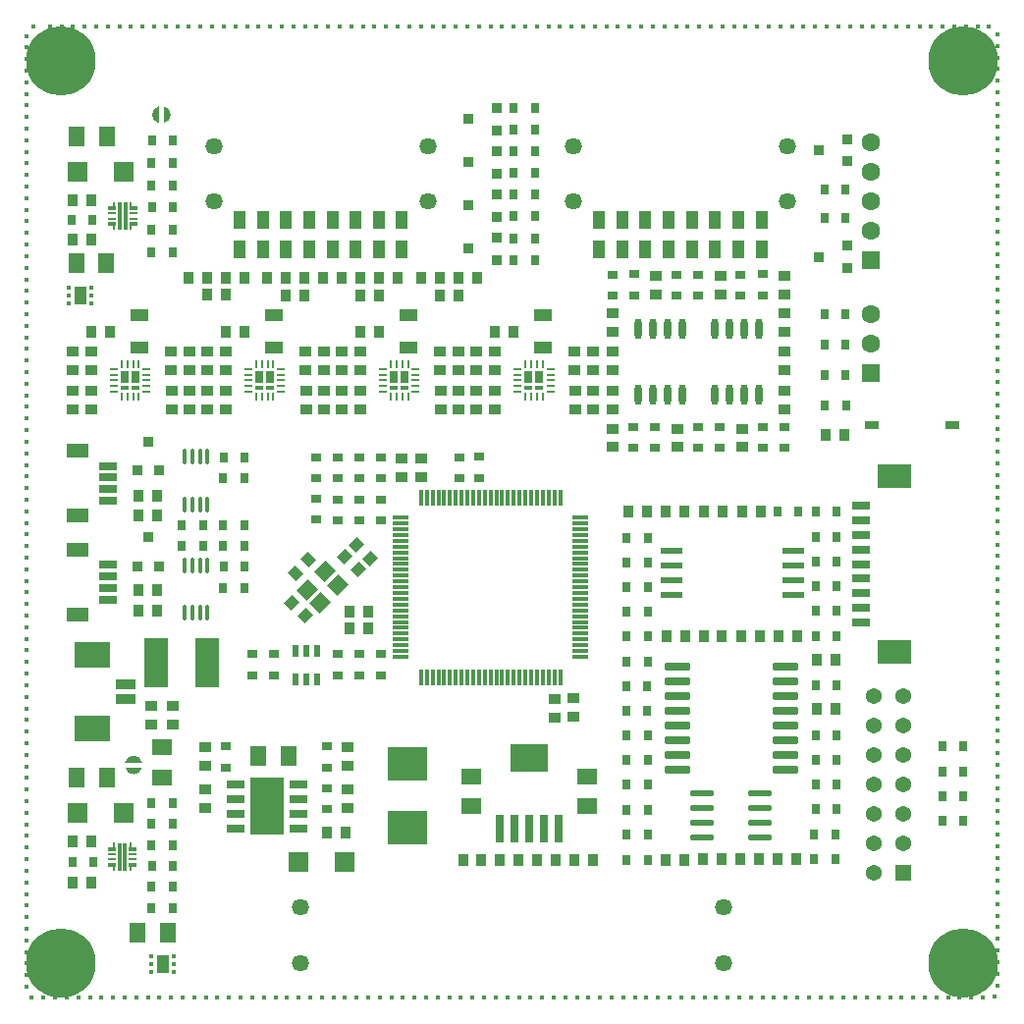
<source format=gbr>
G04*
G04 #@! TF.GenerationSoftware,Altium Limited,Altium Designer,24.1.2 (44)*
G04*
G04 Layer_Color=255*
%FSLAX44Y44*%
%MOMM*%
G71*
G04*
G04 #@! TF.SameCoordinates,1E1B0E3F-32AE-4E86-94FA-F8EE38DC9C5D*
G04*
G04*
G04 #@! TF.FilePolarity,Positive*
G04*
G01*
G75*
G04:AMPARAMS|DCode=26|XSize=2.16mm|YSize=0.72mm|CornerRadius=0.18mm|HoleSize=0mm|Usage=FLASHONLY|Rotation=0.000|XOffset=0mm|YOffset=0mm|HoleType=Round|Shape=RoundedRectangle|*
%AMROUNDEDRECTD26*
21,1,2.1600,0.3600,0,0,0.0*
21,1,1.8000,0.7200,0,0,0.0*
1,1,0.3600,0.9000,-0.1800*
1,1,0.3600,-0.9000,-0.1800*
1,1,0.3600,-0.9000,0.1800*
1,1,0.3600,0.9000,0.1800*
%
%ADD26ROUNDEDRECTD26*%
%ADD27R,0.3300X1.3500*%
%ADD28R,1.3500X0.3300*%
%ADD29R,0.9000X0.8000*%
%ADD30R,1.2000X0.8000*%
%ADD31R,0.9000X1.0000*%
%ADD32R,2.0000X4.2000*%
%ADD33R,1.0000X0.9000*%
%ADD34R,0.4500X0.3000*%
%ADD35R,1.4000X1.8000*%
%ADD36R,1.8000X1.8000*%
%ADD37R,0.8000X0.9000*%
G04:AMPARAMS|DCode=38|XSize=1mm|YSize=0.9mm|CornerRadius=0mm|HoleSize=0mm|Usage=FLASHONLY|Rotation=225.000|XOffset=0mm|YOffset=0mm|HoleType=Round|Shape=Rectangle|*
%AMROTATEDRECTD38*
4,1,4,0.0354,0.6718,0.6718,0.0354,-0.0354,-0.6718,-0.6718,-0.0354,0.0354,0.6718,0.0*
%
%ADD38ROTATEDRECTD38*%

%ADD39R,0.9500X0.9000*%
%ADD40R,0.6500X0.2500*%
%ADD41R,0.6500X0.3000*%
%ADD42R,0.2500X0.6500*%
%ADD43R,0.3000X2.4000*%
%ADD44R,1.6000X0.8000*%
%ADD45R,3.0000X2.1000*%
%ADD46R,1.0000X1.5000*%
%ADD47R,1.5000X1.0000*%
%ADD48O,0.3500X1.4000*%
%ADD49O,0.6000X1.8000*%
%ADD50R,0.6500X0.3000*%
%ADD51R,0.7000X1.0000*%
%ADD52R,0.6500X0.2286*%
%ADD53R,1.5494X0.6604*%
%ADD54R,3.0988X2.2098*%
%ADD55R,1.7018X0.8128*%
%ADD56R,0.6000X1.0000*%
G04:AMPARAMS|DCode=57|XSize=1.4mm|YSize=1.2mm|CornerRadius=0mm|HoleSize=0mm|Usage=FLASHONLY|Rotation=45.000|XOffset=0mm|YOffset=0mm|HoleType=Round|Shape=Rectangle|*
%AMROTATEDRECTD57*
4,1,4,-0.0707,-0.9192,-0.9192,-0.0707,0.0707,0.9192,0.9192,0.0707,-0.0707,-0.9192,0.0*
%
%ADD57ROTATEDRECTD57*%

G04:AMPARAMS|DCode=58|XSize=1mm|YSize=0.9mm|CornerRadius=0mm|HoleSize=0mm|Usage=FLASHONLY|Rotation=315.000|XOffset=0mm|YOffset=0mm|HoleType=Round|Shape=Rectangle|*
%AMROTATEDRECTD58*
4,1,4,-0.6718,0.0354,-0.0354,0.6718,0.6718,-0.0354,0.0354,-0.6718,-0.6718,0.0354,0.0*
%
%ADD58ROTATEDRECTD58*%

%ADD59R,1.8000X1.4000*%
G04:AMPARAMS|DCode=60|XSize=0.7mm|YSize=2.4mm|CornerRadius=0.049mm|HoleSize=0mm|Usage=FLASHONLY|Rotation=180.000|XOffset=0mm|YOffset=0mm|HoleType=Round|Shape=RoundedRectangle|*
%AMROUNDEDRECTD60*
21,1,0.7000,2.3020,0,0,180.0*
21,1,0.6020,2.4000,0,0,180.0*
1,1,0.0980,-0.3010,1.1510*
1,1,0.0980,0.3010,1.1510*
1,1,0.0980,0.3010,-1.1510*
1,1,0.0980,-0.3010,-1.1510*
%
%ADD60ROUNDEDRECTD60*%
G04:AMPARAMS|DCode=61|XSize=3.2mm|YSize=2.4mm|CornerRadius=0.048mm|HoleSize=0mm|Usage=FLASHONLY|Rotation=180.000|XOffset=0mm|YOffset=0mm|HoleType=Round|Shape=RoundedRectangle|*
%AMROUNDEDRECTD61*
21,1,3.2000,2.3040,0,0,180.0*
21,1,3.1040,2.4000,0,0,180.0*
1,1,0.0960,-1.5520,1.1520*
1,1,0.0960,1.5520,1.1520*
1,1,0.0960,1.5520,-1.1520*
1,1,0.0960,-1.5520,-1.1520*
%
%ADD61ROUNDEDRECTD61*%
%ADD62R,3.5000X2.9500*%
G04:AMPARAMS|DCode=63|XSize=1.55mm|YSize=0.6mm|CornerRadius=0.03mm|HoleSize=0mm|Usage=FLASHONLY|Rotation=180.000|XOffset=0mm|YOffset=0mm|HoleType=Round|Shape=RoundedRectangle|*
%AMROUNDEDRECTD63*
21,1,1.5500,0.5400,0,0,180.0*
21,1,1.4900,0.6000,0,0,180.0*
1,1,0.0600,-0.7450,0.2700*
1,1,0.0600,0.7450,0.2700*
1,1,0.0600,0.7450,-0.2700*
1,1,0.0600,-0.7450,-0.2700*
%
%ADD63ROUNDEDRECTD63*%
G04:AMPARAMS|DCode=64|XSize=1.96mm|YSize=0.57mm|CornerRadius=0.1397mm|HoleSize=0mm|Usage=FLASHONLY|Rotation=0.000|XOffset=0mm|YOffset=0mm|HoleType=Round|Shape=RoundedRectangle|*
%AMROUNDEDRECTD64*
21,1,1.9600,0.2907,0,0,0.0*
21,1,1.6807,0.5700,0,0,0.0*
1,1,0.2793,0.8404,-0.1454*
1,1,0.2793,-0.8404,-0.1454*
1,1,0.2793,-0.8404,0.1454*
1,1,0.2793,0.8404,0.1454*
%
%ADD64ROUNDEDRECTD64*%
%ADD65R,1.9539X0.5821*%
%ADD66R,0.9000X0.9500*%
%ADD90R,1.9050X1.2954*%
%ADD107R,1.0000X1.6000*%
%ADD108R,2.9500X4.9000*%
%ADD122R,1.6000X1.6000*%
%ADD123C,1.6000*%
%ADD124C,1.4580*%
%ADD125C,0.3000*%
%ADD126C,1.3700*%
%ADD127R,1.3700X1.3700*%
%ADD128C,1.0000*%
%ADD129C,6.0000*%
%ADD130C,0.4000*%
G36*
G01X105904Y204671D02*
G01X91207D01*
G03X105904I7348J1500D01*
D02*
G37*
G36*
G01X91204Y208831D02*
G01X105901D01*
G03X91204I-7348J-1500D01*
D02*
G37*
G36*
G01X124581Y774848D02*
G01Y760151D01*
G03Y774848I-1500J7348D01*
D02*
G37*
G36*
G01X120421Y760147D02*
G01Y774845D01*
G03Y760147I1500J-7348D01*
D02*
G37*
D26*
X660519Y291167D02*
D03*
Y278467D02*
D03*
Y265767D02*
D03*
Y253067D02*
D03*
Y240367D02*
D03*
Y227667D02*
D03*
Y214967D02*
D03*
Y202267D02*
D03*
X567519D02*
D03*
Y214967D02*
D03*
Y227667D02*
D03*
Y240367D02*
D03*
Y253067D02*
D03*
Y265767D02*
D03*
Y278467D02*
D03*
Y291167D02*
D03*
D27*
X366390Y437539D02*
D03*
X371390D02*
D03*
X376390D02*
D03*
X381390D02*
D03*
X386390D02*
D03*
X391390D02*
D03*
X396390D02*
D03*
X401390D02*
D03*
X406390D02*
D03*
X411390D02*
D03*
X416390D02*
D03*
X421390D02*
D03*
X426390D02*
D03*
X431390D02*
D03*
X436390D02*
D03*
X441390D02*
D03*
X446390D02*
D03*
X451390D02*
D03*
X406390Y282539D02*
D03*
X401390D02*
D03*
X396390Y282539D02*
D03*
X391390D02*
D03*
X386390Y282539D02*
D03*
X381390D02*
D03*
X376390D02*
D03*
X371390D02*
D03*
X366390D02*
D03*
X361390Y282539D02*
D03*
X356390Y282539D02*
D03*
X351390D02*
D03*
X346390D02*
D03*
Y437539D02*
D03*
X351390D02*
D03*
X356390D02*
D03*
X361390D02*
D03*
X466390Y282539D02*
D03*
X461390D02*
D03*
X456390D02*
D03*
X451390D02*
D03*
X426390Y282539D02*
D03*
X421390Y282539D02*
D03*
X416390D02*
D03*
X411390D02*
D03*
X456390Y437539D02*
D03*
X461390D02*
D03*
X466390D02*
D03*
X446390Y282539D02*
D03*
X441390D02*
D03*
X436390D02*
D03*
X431390D02*
D03*
D28*
X328890Y300039D02*
D03*
Y305039D02*
D03*
Y310039D02*
D03*
Y315039D02*
D03*
Y320039D02*
D03*
Y325039D02*
D03*
Y330039D02*
D03*
Y335039D02*
D03*
X483890Y335039D02*
D03*
Y330039D02*
D03*
Y325039D02*
D03*
Y320039D02*
D03*
Y315039D02*
D03*
Y310039D02*
D03*
Y305039D02*
D03*
Y300039D02*
D03*
X328890Y340039D02*
D03*
Y345039D02*
D03*
Y350039D02*
D03*
Y355039D02*
D03*
Y360039D02*
D03*
Y365039D02*
D03*
Y370039D02*
D03*
Y375039D02*
D03*
Y380039D02*
D03*
Y385039D02*
D03*
Y390039D02*
D03*
Y395039D02*
D03*
Y400039D02*
D03*
Y405039D02*
D03*
Y410039D02*
D03*
Y415039D02*
D03*
Y420039D02*
D03*
X483890D02*
D03*
Y415039D02*
D03*
Y410039D02*
D03*
X483890Y405039D02*
D03*
X483890Y400039D02*
D03*
Y395039D02*
D03*
Y390039D02*
D03*
Y385039D02*
D03*
Y380039D02*
D03*
X483890Y375039D02*
D03*
Y370039D02*
D03*
X483890Y365039D02*
D03*
Y360039D02*
D03*
Y355039D02*
D03*
Y350039D02*
D03*
Y345039D02*
D03*
X483890Y340039D02*
D03*
D29*
X311598Y471842D02*
D03*
X311600Y453683D02*
D03*
X293062Y453680D02*
D03*
X293061Y471838D02*
D03*
X274524D02*
D03*
X274525Y453680D02*
D03*
X255988D02*
D03*
X255987Y471838D02*
D03*
X265373Y222888D02*
D03*
X265374Y204729D02*
D03*
X265373Y186637D02*
D03*
X265374Y168478D02*
D03*
X178467Y222888D02*
D03*
X178468Y204729D02*
D03*
X659640Y480321D02*
D03*
X659639Y498480D02*
D03*
X641009D02*
D03*
X641010Y480321D02*
D03*
X603745Y498480D02*
D03*
X603746Y480321D02*
D03*
X585113Y498480D02*
D03*
X585115Y480321D02*
D03*
X547851Y498480D02*
D03*
X547852Y480321D02*
D03*
X529222D02*
D03*
X529221Y498480D02*
D03*
X311598Y435878D02*
D03*
X311600Y417719D02*
D03*
X293061Y435878D02*
D03*
X293062Y417719D02*
D03*
X274524Y435878D02*
D03*
X274525Y417719D02*
D03*
X255987Y436502D02*
D03*
X255988Y418343D02*
D03*
X200627Y284299D02*
D03*
X200626Y302457D02*
D03*
X219450Y284299D02*
D03*
X219449Y302457D02*
D03*
X311598D02*
D03*
X311600Y284299D02*
D03*
X293061Y302457D02*
D03*
X293062Y284299D02*
D03*
X274524Y302457D02*
D03*
X274525Y284299D02*
D03*
X379721Y453894D02*
D03*
X379720Y472053D02*
D03*
X396848Y472432D02*
D03*
X396850Y454273D02*
D03*
X529879Y629986D02*
D03*
X529880Y611827D02*
D03*
X566698Y611448D02*
D03*
X566697Y629607D02*
D03*
X585105D02*
D03*
X585106Y611448D02*
D03*
X621922Y629607D02*
D03*
X621923Y611448D02*
D03*
X640838Y611827D02*
D03*
X640837Y629986D02*
D03*
X511471Y629607D02*
D03*
X511473Y611448D02*
D03*
D30*
X805003Y499997D02*
D03*
X735003D02*
D03*
D31*
X670281Y125614D02*
D03*
X654281D02*
D03*
X637899D02*
D03*
X621899D02*
D03*
X589517D02*
D03*
X605517D02*
D03*
X557136Y124958D02*
D03*
X573136D02*
D03*
X46003Y104997D02*
D03*
X62003D02*
D03*
X61863Y140600D02*
D03*
X45862D02*
D03*
X284670Y338680D02*
D03*
X300670D02*
D03*
Y324371D02*
D03*
X284670D02*
D03*
X281709Y148747D02*
D03*
X265709D02*
D03*
X494669Y124958D02*
D03*
X478669D02*
D03*
X446644D02*
D03*
X462644D02*
D03*
X430619D02*
D03*
X414619D02*
D03*
X398594D02*
D03*
X382594D02*
D03*
X639116Y425006D02*
D03*
X623116D02*
D03*
X590303D02*
D03*
X606303D02*
D03*
X573490D02*
D03*
X557490D02*
D03*
X541254D02*
D03*
X525254D02*
D03*
X61983Y659997D02*
D03*
X45983D02*
D03*
X61983Y693329D02*
D03*
X45983D02*
D03*
X178033Y612645D02*
D03*
X162033D02*
D03*
X245495Y611883D02*
D03*
X229495D02*
D03*
X378812D02*
D03*
X362812D02*
D03*
X310310D02*
D03*
X294310D02*
D03*
X178033Y580255D02*
D03*
X194033D02*
D03*
X62002D02*
D03*
X78002D02*
D03*
X294065D02*
D03*
X310065D02*
D03*
X410096D02*
D03*
X426096D02*
D03*
X711332Y491167D02*
D03*
X695332D02*
D03*
X687770Y254826D02*
D03*
X703770D02*
D03*
X687770Y297596D02*
D03*
X703770D02*
D03*
X606030Y317502D02*
D03*
X590029D02*
D03*
X670543D02*
D03*
X654543D02*
D03*
X638667D02*
D03*
X622667D02*
D03*
X574408D02*
D03*
X558408D02*
D03*
X102959Y421891D02*
D03*
X118959D02*
D03*
X118959Y439179D02*
D03*
X102959D02*
D03*
X118959Y340085D02*
D03*
X102959D02*
D03*
Y357371D02*
D03*
X118959D02*
D03*
X213495Y627123D02*
D03*
X229495D02*
D03*
X346812Y627119D02*
D03*
X362812D02*
D03*
X278310Y627123D02*
D03*
X294310D02*
D03*
X162033D02*
D03*
X146033D02*
D03*
X378812D02*
D03*
X394812D02*
D03*
X245495D02*
D03*
X261495D02*
D03*
X310310Y627119D02*
D03*
X326310D02*
D03*
X178033Y627123D02*
D03*
X194033D02*
D03*
D32*
X161703Y294997D02*
D03*
X118303D02*
D03*
D33*
X114003Y241997D02*
D03*
Y257997D02*
D03*
X131959Y241997D02*
D03*
Y257997D02*
D03*
X283010Y205748D02*
D03*
Y221748D02*
D03*
Y169997D02*
D03*
Y185997D02*
D03*
X160415Y205748D02*
D03*
Y221748D02*
D03*
X160253Y169997D02*
D03*
Y185997D02*
D03*
X623277Y480821D02*
D03*
Y496821D02*
D03*
X567383D02*
D03*
Y480821D02*
D03*
X511489Y496821D02*
D03*
Y480821D02*
D03*
X177715Y513317D02*
D03*
Y529317D02*
D03*
X162180D02*
D03*
Y513317D02*
D03*
X146778D02*
D03*
Y529317D02*
D03*
X131109Y513317D02*
D03*
Y529317D02*
D03*
X477822Y248118D02*
D03*
Y264118D02*
D03*
X461390Y263862D02*
D03*
Y247862D02*
D03*
X511473Y513317D02*
D03*
Y529317D02*
D03*
X549188Y628467D02*
D03*
Y612467D02*
D03*
X604414D02*
D03*
Y628467D02*
D03*
X659639Y612467D02*
D03*
Y628467D02*
D03*
X146778Y563116D02*
D03*
Y547116D02*
D03*
X162060Y563116D02*
D03*
Y547116D02*
D03*
X177715Y563116D02*
D03*
Y547116D02*
D03*
X246780Y563116D02*
D03*
Y547116D02*
D03*
X262810Y563116D02*
D03*
Y547116D02*
D03*
X278091Y563116D02*
D03*
Y547116D02*
D03*
X293746Y563116D02*
D03*
Y547116D02*
D03*
X247141Y513317D02*
D03*
Y529317D02*
D03*
X262810Y513317D02*
D03*
Y529317D02*
D03*
X278211D02*
D03*
Y513317D02*
D03*
X293746D02*
D03*
Y529317D02*
D03*
X363172Y513317D02*
D03*
Y529317D02*
D03*
X378841Y513317D02*
D03*
Y529317D02*
D03*
X394242D02*
D03*
Y513317D02*
D03*
X409778D02*
D03*
Y529317D02*
D03*
X494872Y513317D02*
D03*
Y529317D02*
D03*
X659639Y547284D02*
D03*
Y563284D02*
D03*
Y513317D02*
D03*
Y529317D02*
D03*
Y596101D02*
D03*
Y580101D02*
D03*
X511473Y563284D02*
D03*
Y547284D02*
D03*
Y596101D02*
D03*
Y580101D02*
D03*
X46028Y547116D02*
D03*
Y563116D02*
D03*
X362812Y547116D02*
D03*
Y563116D02*
D03*
X378841Y547116D02*
D03*
Y563116D02*
D03*
X130749Y547116D02*
D03*
Y563116D02*
D03*
X61684Y547116D02*
D03*
Y563116D02*
D03*
X479203Y529317D02*
D03*
Y513317D02*
D03*
X478843Y547116D02*
D03*
Y563116D02*
D03*
X409778Y547116D02*
D03*
Y563116D02*
D03*
X46149Y513317D02*
D03*
Y529317D02*
D03*
X61684D02*
D03*
Y513317D02*
D03*
X494872Y547116D02*
D03*
Y563116D02*
D03*
X394122Y547116D02*
D03*
Y563116D02*
D03*
X346756Y471076D02*
D03*
Y455076D02*
D03*
X329600Y455074D02*
D03*
Y471074D02*
D03*
D34*
X113922Y28342D02*
D03*
Y34842D02*
D03*
Y41342D02*
D03*
X133422D02*
D03*
Y34842D02*
D03*
Y28342D02*
D03*
X62503Y617997D02*
D03*
Y611497D02*
D03*
Y604997D02*
D03*
X43003D02*
D03*
Y611497D02*
D03*
Y617997D02*
D03*
D35*
X102007Y62085D02*
D03*
X128006D02*
D03*
X49215Y196210D02*
D03*
X75215D02*
D03*
X205983Y214248D02*
D03*
X231983D02*
D03*
X49019Y639431D02*
D03*
X75019D02*
D03*
X49336Y748939D02*
D03*
X75336D02*
D03*
D36*
X89884Y165607D02*
D03*
X49884D02*
D03*
X50005Y718336D02*
D03*
X90005D02*
D03*
X280503Y122744D02*
D03*
X240503D02*
D03*
D37*
X45735Y122996D02*
D03*
X63894Y122997D02*
D03*
X132023Y83519D02*
D03*
X113864Y83518D02*
D03*
Y101613D02*
D03*
X132023Y101614D02*
D03*
X114241Y119709D02*
D03*
X132400Y119711D02*
D03*
X132023Y137805D02*
D03*
X113864Y137804D02*
D03*
X132023Y155901D02*
D03*
X113864Y155900D02*
D03*
X114112Y173997D02*
D03*
X132271Y173998D02*
D03*
X523735Y124958D02*
D03*
X541894Y124959D02*
D03*
X523735Y146934D02*
D03*
X541894Y146935D02*
D03*
X523735Y168255D02*
D03*
X541894Y168256D02*
D03*
X523735Y189576D02*
D03*
X541894Y189577D02*
D03*
Y210898D02*
D03*
X523735Y210896D02*
D03*
X541894Y232218D02*
D03*
X523735Y232217D02*
D03*
X541386Y253539D02*
D03*
X523227Y253538D02*
D03*
Y274859D02*
D03*
X541386Y274860D02*
D03*
X541894Y296181D02*
D03*
X523735Y296180D02*
D03*
X541894Y317502D02*
D03*
X523735Y317501D02*
D03*
X541894Y338823D02*
D03*
X523735Y338822D02*
D03*
X541894Y360144D02*
D03*
X523735Y360143D02*
D03*
Y381463D02*
D03*
X541894Y381465D02*
D03*
X523735Y402784D02*
D03*
X541894Y402785D02*
D03*
X686735Y425005D02*
D03*
X704894Y425006D02*
D03*
X653901Y425005D02*
D03*
X672060Y425006D02*
D03*
X44964Y676440D02*
D03*
X63123Y676441D02*
D03*
X694612Y516550D02*
D03*
X712771Y516551D02*
D03*
X814289Y158385D02*
D03*
X796131Y158384D02*
D03*
X796129Y179769D02*
D03*
X814288Y179771D02*
D03*
X796129Y201154D02*
D03*
X814288Y201156D02*
D03*
X796129Y222539D02*
D03*
X814288Y222541D02*
D03*
X686751Y168384D02*
D03*
X704910Y168386D02*
D03*
X686924Y318080D02*
D03*
X705083Y318081D02*
D03*
X704894Y360851D02*
D03*
X686735Y360850D02*
D03*
X704894Y339466D02*
D03*
X686735Y339465D02*
D03*
X705083Y382236D02*
D03*
X686924Y382235D02*
D03*
X705083Y403621D02*
D03*
X686924Y403620D02*
D03*
X703803Y125615D02*
D03*
X685644Y125614D02*
D03*
X685644Y146999D02*
D03*
X703803Y147000D02*
D03*
X686751Y189769D02*
D03*
X704910Y189771D02*
D03*
Y211156D02*
D03*
X686751Y211154D02*
D03*
Y232539D02*
D03*
X704910Y232541D02*
D03*
X686751Y275310D02*
D03*
X704910Y275311D02*
D03*
X194253Y472092D02*
D03*
X176094Y472091D02*
D03*
X194161Y377602D02*
D03*
X176002Y377601D02*
D03*
X140184Y395815D02*
D03*
X158343Y395816D02*
D03*
X175625Y453996D02*
D03*
X193784Y453997D02*
D03*
X193768Y359432D02*
D03*
X175609Y359431D02*
D03*
X158343Y413810D02*
D03*
X140184Y413809D02*
D03*
X175715Y413808D02*
D03*
X193874Y413809D02*
D03*
X175715Y395577D02*
D03*
X193874Y395578D02*
D03*
X712597Y542833D02*
D03*
X694438Y542832D02*
D03*
Y569114D02*
D03*
X712597Y569116D02*
D03*
X694438Y703374D02*
D03*
X712597Y703375D02*
D03*
Y595398D02*
D03*
X694438Y595397D02*
D03*
Y678431D02*
D03*
X712597Y678432D02*
D03*
X113985Y648997D02*
D03*
X132143Y648998D02*
D03*
Y668197D02*
D03*
X113985Y668196D02*
D03*
X132521Y687398D02*
D03*
X114362Y687397D02*
D03*
X132143Y706597D02*
D03*
X113985Y706596D02*
D03*
X132143Y725797D02*
D03*
X113985Y725796D02*
D03*
X132346Y744998D02*
D03*
X114187Y744997D02*
D03*
X426341Y698369D02*
D03*
X444500Y698370D02*
D03*
X426341Y642458D02*
D03*
X444500Y642459D02*
D03*
Y772919D02*
D03*
X426341Y772918D02*
D03*
Y717006D02*
D03*
X444500Y717007D02*
D03*
Y754282D02*
D03*
X426341Y754280D02*
D03*
Y735643D02*
D03*
X444500Y735645D02*
D03*
X426341Y679732D02*
D03*
X444500Y679733D02*
D03*
X426341Y661095D02*
D03*
X444500Y661096D02*
D03*
D38*
X302215Y385083D02*
D03*
X290902Y396397D02*
D03*
X280775Y386467D02*
D03*
X292089Y375153D02*
D03*
X234963Y346455D02*
D03*
X246276Y335141D02*
D03*
D39*
X411993Y661458D02*
D03*
X386993Y651958D02*
D03*
X411993Y642458D02*
D03*
Y698696D02*
D03*
X386993Y689196D02*
D03*
X411993Y679696D02*
D03*
Y735934D02*
D03*
X386993Y726434D02*
D03*
X411993Y716934D02*
D03*
Y754172D02*
D03*
X386993Y763672D02*
D03*
X411993Y773172D02*
D03*
X714305Y654403D02*
D03*
Y635403D02*
D03*
X689305Y644903D02*
D03*
X714305Y746605D02*
D03*
Y727605D02*
D03*
X689305Y737105D02*
D03*
D40*
X97992Y125175D02*
D03*
X98021Y129666D02*
D03*
X79522Y125175D02*
D03*
Y129666D02*
D03*
X79642Y682395D02*
D03*
Y677904D02*
D03*
X98142Y682395D02*
D03*
X98112Y677904D02*
D03*
X429433Y528337D02*
D03*
Y533337D02*
D03*
Y543337D02*
D03*
Y548337D02*
D03*
X457933D02*
D03*
Y543337D02*
D03*
Y538337D02*
D03*
Y533337D02*
D03*
Y528337D02*
D03*
X81339D02*
D03*
Y533337D02*
D03*
Y543337D02*
D03*
Y548337D02*
D03*
X109839D02*
D03*
Y543337D02*
D03*
Y538337D02*
D03*
Y533337D02*
D03*
Y528337D02*
D03*
X225870D02*
D03*
Y533337D02*
D03*
Y538337D02*
D03*
Y543337D02*
D03*
Y548337D02*
D03*
X197370D02*
D03*
Y543337D02*
D03*
Y533337D02*
D03*
Y528337D02*
D03*
X341902D02*
D03*
Y533337D02*
D03*
Y538337D02*
D03*
Y543337D02*
D03*
Y548337D02*
D03*
X313402D02*
D03*
Y543337D02*
D03*
Y533337D02*
D03*
Y528337D02*
D03*
D41*
X97992Y120418D02*
D03*
X79522Y134418D02*
D03*
X98021D02*
D03*
X79522Y120418D02*
D03*
X79642Y673147D02*
D03*
X98142Y687147D02*
D03*
X79642D02*
D03*
X98113Y673147D02*
D03*
D42*
X95992Y118668D02*
D03*
X81522D02*
D03*
X81522Y136168D02*
D03*
X96021D02*
D03*
X96142Y688897D02*
D03*
X81642D02*
D03*
X81642Y671397D02*
D03*
X96113D02*
D03*
X436183Y552437D02*
D03*
Y524237D02*
D03*
X441183D02*
D03*
X446183D02*
D03*
X451183D02*
D03*
X441183Y552437D02*
D03*
X446183D02*
D03*
X451183D02*
D03*
X88089D02*
D03*
Y524237D02*
D03*
X93089D02*
D03*
X98089D02*
D03*
X103089D02*
D03*
X93089Y552437D02*
D03*
X98089D02*
D03*
X103089D02*
D03*
X219121D02*
D03*
X214121D02*
D03*
X209121D02*
D03*
X219121Y524237D02*
D03*
X214121D02*
D03*
X209121D02*
D03*
X204120D02*
D03*
Y552437D02*
D03*
X335152D02*
D03*
X330152D02*
D03*
X325152D02*
D03*
X335152Y524237D02*
D03*
X330152D02*
D03*
X325152D02*
D03*
X320152D02*
D03*
Y552437D02*
D03*
D43*
X86262Y127408D02*
D03*
X91263Y127418D02*
D03*
X91383Y680147D02*
D03*
X86383Y680136D02*
D03*
D44*
X726003Y329997D02*
D03*
Y342497D02*
D03*
Y354997D02*
D03*
Y367497D02*
D03*
Y379997D02*
D03*
Y392497D02*
D03*
Y404997D02*
D03*
Y417497D02*
D03*
Y429997D02*
D03*
D45*
X755003Y455497D02*
D03*
Y304497D02*
D03*
D46*
X640003Y676497D02*
D03*
Y651497D02*
D03*
X620003Y676497D02*
D03*
Y651497D02*
D03*
X600003Y676497D02*
D03*
Y651497D02*
D03*
X580003Y676497D02*
D03*
Y651497D02*
D03*
X560003Y676497D02*
D03*
Y651497D02*
D03*
X540003Y676497D02*
D03*
Y651497D02*
D03*
X520003Y676497D02*
D03*
Y651497D02*
D03*
X500003Y676497D02*
D03*
Y651497D02*
D03*
X190003Y651497D02*
D03*
Y676497D02*
D03*
X210003Y651497D02*
D03*
Y676497D02*
D03*
X230003Y651497D02*
D03*
Y676497D02*
D03*
X250003Y651497D02*
D03*
Y676497D02*
D03*
X270003Y651497D02*
D03*
Y676497D02*
D03*
X290003Y651497D02*
D03*
Y676497D02*
D03*
X310003Y651497D02*
D03*
Y676497D02*
D03*
X330003Y651497D02*
D03*
Y676497D02*
D03*
D47*
X335627Y594990D02*
D03*
Y566527D02*
D03*
X219596Y594990D02*
D03*
Y566527D02*
D03*
X103565Y594990D02*
D03*
Y566527D02*
D03*
X451658Y594990D02*
D03*
Y566527D02*
D03*
D48*
X162381Y378871D02*
D03*
X155881D02*
D03*
X149381D02*
D03*
X142881D02*
D03*
X162381Y337871D02*
D03*
X155881D02*
D03*
X149381D02*
D03*
X142881D02*
D03*
X162381Y472525D02*
D03*
X155881D02*
D03*
X149381D02*
D03*
X142881D02*
D03*
X162381Y431525D02*
D03*
X155881D02*
D03*
X149381D02*
D03*
X142881D02*
D03*
D49*
X637981Y582592D02*
D03*
X625281D02*
D03*
X612581D02*
D03*
X599881D02*
D03*
X637981Y526092D02*
D03*
X625281D02*
D03*
X612581D02*
D03*
X599881D02*
D03*
X533841Y526092D02*
D03*
X546541D02*
D03*
X559241D02*
D03*
X571941D02*
D03*
X533841Y582592D02*
D03*
X546541D02*
D03*
X559241D02*
D03*
X571941D02*
D03*
D50*
X438933Y531834D02*
D03*
X448433D02*
D03*
X90839D02*
D03*
X100339D02*
D03*
X216371D02*
D03*
X206871D02*
D03*
X332402D02*
D03*
X322902D02*
D03*
D51*
X439183Y541337D02*
D03*
X448183D02*
D03*
X91089D02*
D03*
X100089D02*
D03*
X216120D02*
D03*
X207120D02*
D03*
X332152D02*
D03*
X323152D02*
D03*
D52*
X429433Y538337D02*
D03*
X81339D02*
D03*
X197370D02*
D03*
X313402D02*
D03*
D53*
X76215Y464633D02*
D03*
Y454633D02*
D03*
Y444633D02*
D03*
Y434633D02*
D03*
Y349407D02*
D03*
Y359407D02*
D03*
Y369407D02*
D03*
Y379407D02*
D03*
D54*
X63048Y237937D02*
D03*
Y301437D02*
D03*
D55*
X92048Y263437D02*
D03*
Y275937D02*
D03*
D56*
X237849Y280824D02*
D03*
X256849D02*
D03*
X237849Y304824D02*
D03*
X247349D02*
D03*
X256849D02*
D03*
X247349Y280824D02*
D03*
D57*
X259314Y346621D02*
D03*
X274871Y362177D02*
D03*
X263557Y373491D02*
D03*
X248001Y357934D02*
D03*
D58*
X249227Y383654D02*
D03*
X237914Y372340D02*
D03*
D59*
X489971Y170912D02*
D03*
Y196912D02*
D03*
X389387D02*
D03*
Y170912D02*
D03*
X123005Y222169D02*
D03*
Y196169D02*
D03*
D60*
X414587Y152085D02*
D03*
X427287D02*
D03*
X439987D02*
D03*
X452687D02*
D03*
X465387D02*
D03*
D61*
X439987Y212585D02*
D03*
D62*
X335001Y152997D02*
D03*
Y207497D02*
D03*
D63*
X240753Y151947D02*
D03*
Y164647D02*
D03*
Y177347D02*
D03*
Y190047D02*
D03*
X186753D02*
D03*
Y177347D02*
D03*
Y164647D02*
D03*
Y151947D02*
D03*
D64*
X638431Y144342D02*
D03*
Y157042D02*
D03*
Y169742D02*
D03*
Y182442D02*
D03*
X589031D02*
D03*
Y169742D02*
D03*
Y157042D02*
D03*
Y144342D02*
D03*
D65*
X562498Y391047D02*
D03*
Y378347D02*
D03*
Y365647D02*
D03*
Y352947D02*
D03*
X667508D02*
D03*
Y365647D02*
D03*
Y378347D02*
D03*
Y391047D02*
D03*
D66*
X120459Y378235D02*
D03*
X101459D02*
D03*
X110959Y403235D02*
D03*
X120459Y460715D02*
D03*
X101459D02*
D03*
X110959Y485715D02*
D03*
D90*
X50415Y421633D02*
D03*
Y477633D02*
D03*
Y336407D02*
D03*
Y392407D02*
D03*
D107*
X123672Y34842D02*
D03*
X52753Y611497D02*
D03*
D108*
X213753Y170997D02*
D03*
D122*
X734603Y642165D02*
D03*
Y544597D02*
D03*
D123*
Y667565D02*
D03*
Y692965D02*
D03*
Y718365D02*
D03*
Y743765D02*
D03*
Y569997D02*
D03*
Y595397D02*
D03*
D124*
X477503Y739997D02*
D03*
X662503D02*
D03*
X477503Y692497D02*
D03*
X662503D02*
D03*
X352503Y692497D02*
D03*
X167503D02*
D03*
X352503Y739997D02*
D03*
X167503D02*
D03*
X607503Y36197D02*
D03*
X242503Y83797D02*
D03*
X607503D02*
D03*
X242503Y36197D02*
D03*
D125*
X207253Y177497D02*
D03*
X220253D02*
D03*
X207253Y164497D02*
D03*
X220253D02*
D03*
X207253Y151497D02*
D03*
X220253D02*
D03*
D126*
X762703Y215397D02*
D03*
Y189997D02*
D03*
X737303Y266197D02*
D03*
X762703D02*
D03*
X737303Y240797D02*
D03*
X762703D02*
D03*
X737303Y215397D02*
D03*
Y189997D02*
D03*
Y164597D02*
D03*
X762703D02*
D03*
X737303Y139197D02*
D03*
X762703D02*
D03*
X737303Y113797D02*
D03*
D127*
X762703D02*
D03*
D128*
X19563Y52437D02*
D03*
X52443Y19557D02*
D03*
X19563D02*
D03*
X52443Y52437D02*
D03*
X59253Y35997D02*
D03*
X36003Y13137D02*
D03*
X12753Y35997D02*
D03*
X36003Y59247D02*
D03*
X797563Y52437D02*
D03*
X830443Y19557D02*
D03*
X797563D02*
D03*
X830443Y52437D02*
D03*
X837253Y35997D02*
D03*
X814003Y13137D02*
D03*
X790753Y35997D02*
D03*
X814003Y59247D02*
D03*
X19563Y830437D02*
D03*
X52443Y797557D02*
D03*
X19563D02*
D03*
X52443Y830437D02*
D03*
X59253Y813997D02*
D03*
X36003Y791137D02*
D03*
X12753Y813997D02*
D03*
X36003Y837247D02*
D03*
X797563Y830437D02*
D03*
X830443Y797557D02*
D03*
X797563D02*
D03*
X830443Y830437D02*
D03*
X837253Y813997D02*
D03*
X814003Y791137D02*
D03*
X790753Y813997D02*
D03*
X814003Y837247D02*
D03*
D129*
X36003Y35997D02*
D03*
X814003D02*
D03*
X36003Y813997D02*
D03*
X814003D02*
D03*
D130*
X836321Y843614D02*
D03*
X843620Y526780D02*
D03*
X6386Y35503D02*
D03*
X843620Y586779D02*
D03*
X6386Y645502D02*
D03*
Y425503D02*
D03*
Y405503D02*
D03*
X740856Y6379D02*
D03*
X250858D02*
D03*
X460857D02*
D03*
X660857D02*
D03*
X843620Y406780D02*
D03*
X316322Y843614D02*
D03*
X26323D02*
D03*
X730856Y6379D02*
D03*
X416322Y843614D02*
D03*
X6386Y335503D02*
D03*
X400857Y6379D02*
D03*
X843620Y306780D02*
D03*
X246322Y843614D02*
D03*
X496322D02*
D03*
X6386Y715502D02*
D03*
Y385503D02*
D03*
Y255503D02*
D03*
Y835502D02*
D03*
X843620Y156780D02*
D03*
X806321Y843614D02*
D03*
X430857Y6379D02*
D03*
X100858D02*
D03*
X736321Y843614D02*
D03*
X843620Y186780D02*
D03*
X66323Y843614D02*
D03*
X160858Y6379D02*
D03*
X6386Y545503D02*
D03*
X440857Y6379D02*
D03*
X280857D02*
D03*
X843620Y216780D02*
D03*
X396322Y843614D02*
D03*
X630857Y6379D02*
D03*
X366322Y843614D02*
D03*
X326322D02*
D03*
X6386Y305503D02*
D03*
X30858Y6379D02*
D03*
X390857D02*
D03*
X6386Y775502D02*
D03*
Y735502D02*
D03*
Y665502D02*
D03*
X470857Y6379D02*
D03*
X560857D02*
D03*
X843620Y616779D02*
D03*
X6386Y635502D02*
D03*
X126323Y843614D02*
D03*
X6386Y455503D02*
D03*
X96323Y843614D02*
D03*
X843620Y176780D02*
D03*
X6386Y355503D02*
D03*
X843620Y786779D02*
D03*
X700857Y6379D02*
D03*
X600857D02*
D03*
X716321Y843614D02*
D03*
X586322D02*
D03*
X843620Y366780D02*
D03*
Y556779D02*
D03*
X556322Y843614D02*
D03*
X610857Y6379D02*
D03*
X356322Y843614D02*
D03*
X843620Y86780D02*
D03*
X6386Y525503D02*
D03*
X670857Y6379D02*
D03*
X6386Y815502D02*
D03*
X843620Y276780D02*
D03*
Y66780D02*
D03*
X686321Y843614D02*
D03*
X20858Y6379D02*
D03*
X230858D02*
D03*
X6386Y595502D02*
D03*
X650857Y6379D02*
D03*
X843620Y566779D02*
D03*
X606322Y843614D02*
D03*
X780856Y6379D02*
D03*
X526322Y843614D02*
D03*
X210858Y6379D02*
D03*
X450857D02*
D03*
X6386Y795502D02*
D03*
X150858Y6379D02*
D03*
X843620Y476780D02*
D03*
X216322Y843614D02*
D03*
X816321D02*
D03*
X6386Y465503D02*
D03*
X260857Y6379D02*
D03*
X843620Y16781D02*
D03*
X6386Y535503D02*
D03*
X843620Y426780D02*
D03*
X6386Y625502D02*
D03*
X380857Y6379D02*
D03*
X590857D02*
D03*
X12233Y843614D02*
D03*
X843620Y416780D02*
D03*
Y686779D02*
D03*
X506322Y843614D02*
D03*
X6386Y165503D02*
D03*
X843620Y316780D02*
D03*
X386322Y843614D02*
D03*
X6386Y435503D02*
D03*
X770856Y6379D02*
D03*
X320857D02*
D03*
X843620Y726779D02*
D03*
Y266780D02*
D03*
X540857Y6379D02*
D03*
X536322Y843614D02*
D03*
X170858Y6379D02*
D03*
X830856D02*
D03*
X843620Y706779D02*
D03*
X6386Y225503D02*
D03*
X240858Y6379D02*
D03*
X843620Y806779D02*
D03*
X6386Y125503D02*
D03*
X843620Y146780D02*
D03*
Y126780D02*
D03*
Y206780D02*
D03*
X6386Y825502D02*
D03*
Y565503D02*
D03*
X156323Y843614D02*
D03*
X136323D02*
D03*
X790856Y6379D02*
D03*
X86323Y843614D02*
D03*
X6386Y765502D02*
D03*
X290857Y6379D02*
D03*
X6386Y185503D02*
D03*
Y275503D02*
D03*
X436322Y843614D02*
D03*
X576322D02*
D03*
X820856Y6379D02*
D03*
X286322Y843614D02*
D03*
X843620Y356780D02*
D03*
X550857Y6379D02*
D03*
X843620Y576779D02*
D03*
X746321Y843614D02*
D03*
X546322D02*
D03*
X843620Y196780D02*
D03*
X370857Y6379D02*
D03*
X426322Y843614D02*
D03*
X6386Y785502D02*
D03*
Y745502D02*
D03*
X676322Y843614D02*
D03*
X306322D02*
D03*
X276322D02*
D03*
X186322D02*
D03*
X106323D02*
D03*
X6386Y575502D02*
D03*
X843620Y646779D02*
D03*
Y776779D02*
D03*
X330857Y6379D02*
D03*
X843620Y226780D02*
D03*
Y346780D02*
D03*
Y746779D02*
D03*
X616322Y843614D02*
D03*
X376322D02*
D03*
X796321D02*
D03*
X346322D02*
D03*
X176323D02*
D03*
X70858Y6379D02*
D03*
X6386Y615502D02*
D03*
X266322Y843614D02*
D03*
X340857Y6379D02*
D03*
X843620Y246780D02*
D03*
Y736779D02*
D03*
X110858Y6379D02*
D03*
X6386Y95503D02*
D03*
X843620Y436780D02*
D03*
X656322Y843614D02*
D03*
X480857Y6379D02*
D03*
X843620Y456780D02*
D03*
X296322Y843614D02*
D03*
X760856Y6379D02*
D03*
X510857D02*
D03*
X843620Y626779D02*
D03*
Y756779D02*
D03*
X80858Y6379D02*
D03*
X696321Y843614D02*
D03*
X46323D02*
D03*
X6386Y175503D02*
D03*
X350857Y6379D02*
D03*
X843620Y466780D02*
D03*
X776321Y843614D02*
D03*
X420857Y6379D02*
D03*
X843620Y336780D02*
D03*
X6386Y485503D02*
D03*
X843620Y166780D02*
D03*
X6386Y85503D02*
D03*
X336322Y843614D02*
D03*
X6386Y695502D02*
D03*
Y755502D02*
D03*
X486322Y843614D02*
D03*
X6386Y705502D02*
D03*
X200858Y6379D02*
D03*
X500857D02*
D03*
X6386Y585502D02*
D03*
X50858Y6379D02*
D03*
X620857D02*
D03*
X843620Y296780D02*
D03*
Y116780D02*
D03*
Y796779D02*
D03*
Y506780D02*
D03*
X726321Y843614D02*
D03*
X456322D02*
D03*
X843620Y816779D02*
D03*
Y596779D02*
D03*
X786321Y843614D02*
D03*
X636322D02*
D03*
X6386Y45504D02*
D03*
X466322Y843614D02*
D03*
X843620Y46780D02*
D03*
X490857Y6379D02*
D03*
X6386Y265503D02*
D03*
Y15504D02*
D03*
X843620Y516780D02*
D03*
X566322Y843614D02*
D03*
X166323D02*
D03*
X6386Y605502D02*
D03*
X180858Y6379D02*
D03*
X6386Y155503D02*
D03*
Y105503D02*
D03*
X843620Y36780D02*
D03*
X236322Y843614D02*
D03*
X6386Y395503D02*
D03*
Y725502D02*
D03*
Y515503D02*
D03*
Y805502D02*
D03*
Y75503D02*
D03*
X646322Y843614D02*
D03*
X6386Y135503D02*
D03*
Y145503D02*
D03*
X640857Y6379D02*
D03*
X843620Y26781D02*
D03*
X360857Y6379D02*
D03*
X6386Y445503D02*
D03*
X843620Y106780D02*
D03*
X406322Y843614D02*
D03*
X256322D02*
D03*
X6386Y365503D02*
D03*
X190858Y6379D02*
D03*
X666322Y843614D02*
D03*
X6386Y295503D02*
D03*
X843620Y396780D02*
D03*
X6386Y345503D02*
D03*
X843620Y536779D02*
D03*
X60858Y6379D02*
D03*
X843620Y666779D02*
D03*
X570857Y6379D02*
D03*
X766321Y843614D02*
D03*
X56323D02*
D03*
X6386Y505503D02*
D03*
X530857Y6379D02*
D03*
X6386Y65504D02*
D03*
X270857Y6379D02*
D03*
X196322Y843614D02*
D03*
X76323D02*
D03*
X843620Y256780D02*
D03*
X6386Y495503D02*
D03*
X843620Y286780D02*
D03*
Y326780D02*
D03*
Y376780D02*
D03*
Y446780D02*
D03*
X626322Y843614D02*
D03*
X300857Y6379D02*
D03*
X6386Y55504D02*
D03*
X690857Y6379D02*
D03*
X843620Y56780D02*
D03*
Y546779D02*
D03*
Y606779D02*
D03*
X520857Y6379D02*
D03*
X750856D02*
D03*
X840824Y7179D02*
D03*
X843620Y826779D02*
D03*
X6386Y315503D02*
D03*
X800856Y6379D02*
D03*
X706321Y843614D02*
D03*
X40858Y6379D02*
D03*
X446322Y843614D02*
D03*
X843620Y696779D02*
D03*
X410857Y6379D02*
D03*
X206322Y843614D02*
D03*
X10860Y6560D02*
D03*
X843620Y656779D02*
D03*
Y716779D02*
D03*
X680857Y6379D02*
D03*
X6386Y555503D02*
D03*
X580857Y6379D02*
D03*
X843620Y676779D02*
D03*
X826321Y843614D02*
D03*
X843620Y76780D02*
D03*
Y836779D02*
D03*
X36323Y843614D02*
D03*
X843620Y136780D02*
D03*
X6386Y285503D02*
D03*
X146323Y843614D02*
D03*
X6386Y685502D02*
D03*
X226322Y843614D02*
D03*
X310857Y6379D02*
D03*
X843620Y96780D02*
D03*
Y766779D02*
D03*
X476322Y843614D02*
D03*
X810856Y6379D02*
D03*
X843620Y636779D02*
D03*
X120858Y6379D02*
D03*
X116323Y843614D02*
D03*
X756321D02*
D03*
X6386Y325503D02*
D03*
X90858Y6379D02*
D03*
X6386Y25503D02*
D03*
X220858Y6379D02*
D03*
X843620Y386780D02*
D03*
X516322Y843614D02*
D03*
X140858Y6379D02*
D03*
X6386Y655502D02*
D03*
Y115503D02*
D03*
Y375503D02*
D03*
Y215503D02*
D03*
Y475503D02*
D03*
X843620Y236780D02*
D03*
X596322Y843614D02*
D03*
X6386Y245503D02*
D03*
Y235503D02*
D03*
Y415503D02*
D03*
Y675502D02*
D03*
Y205503D02*
D03*
Y195503D02*
D03*
X130858Y6379D02*
D03*
X710856D02*
D03*
X720856D02*
D03*
X843620Y486780D02*
D03*
Y496780D02*
D03*
M02*

</source>
